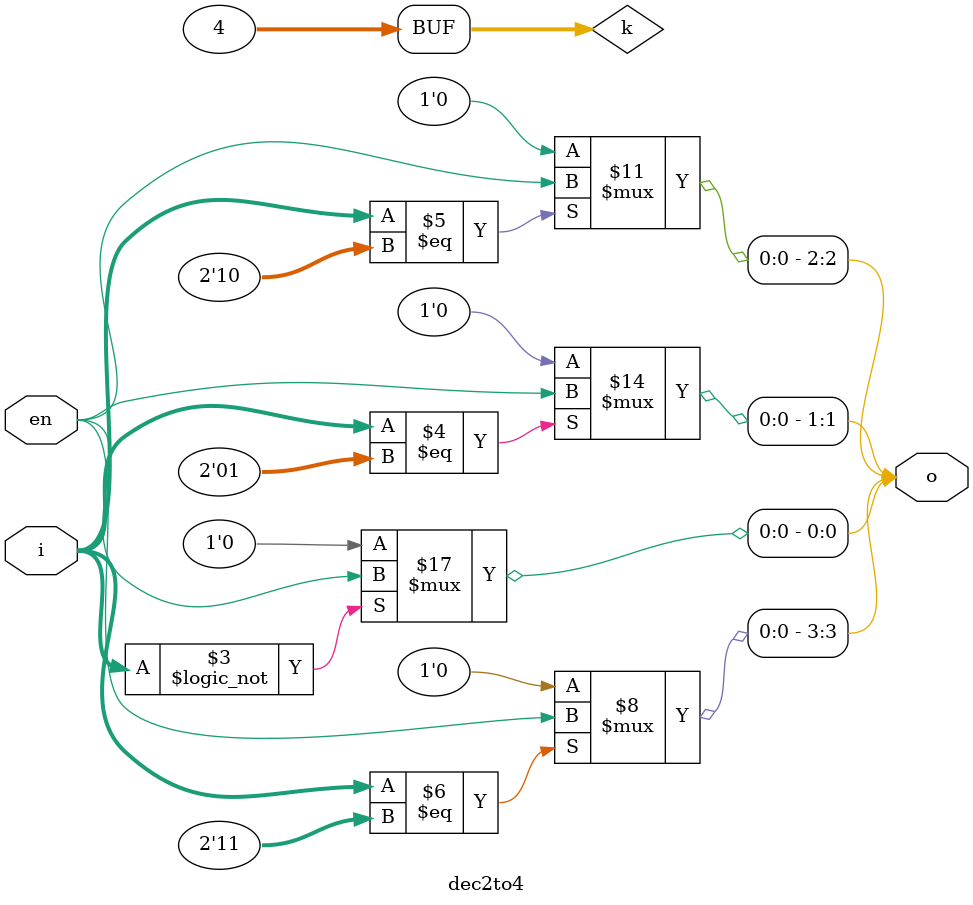
<source format=sv>
module dec2to4(
input [1:0] i,
input en,
output [3:0] o
);
integer k;
always_comb
for (k = 0; k <= 3; k = k + 1)
	if (i == k)
		o[k] = en;
	else
		o[k] = 0;
endmodule

</source>
